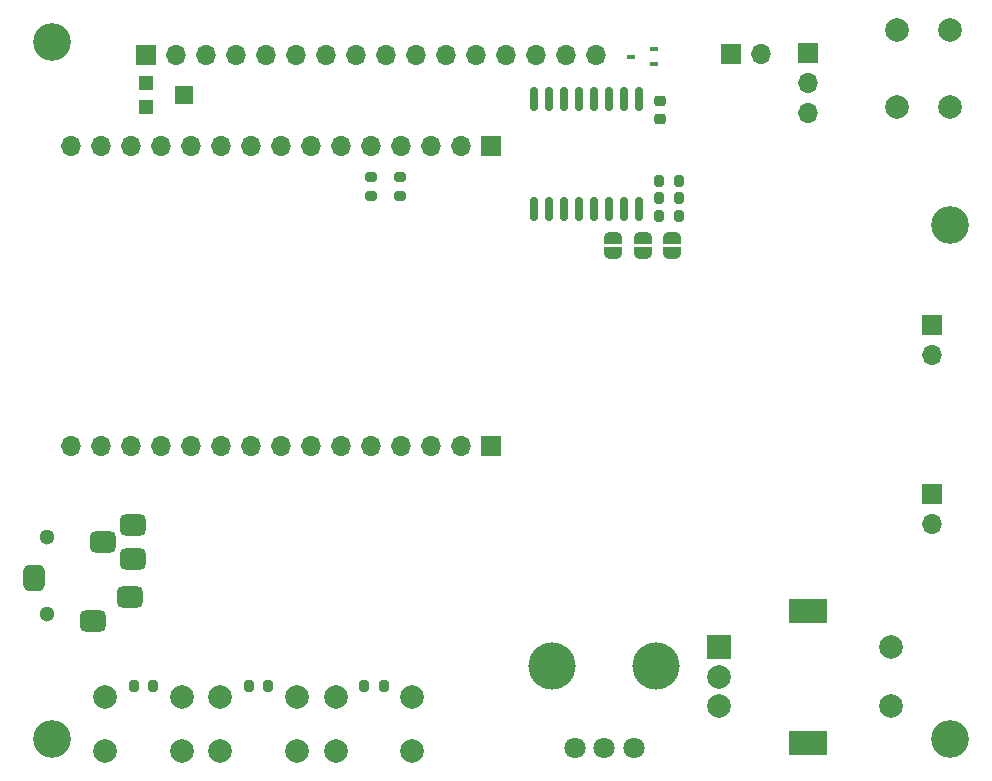
<source format=gbs>
G04 #@! TF.GenerationSoftware,KiCad,Pcbnew,(6.0.7)*
G04 #@! TF.CreationDate,2022-10-03T20:14:31+03:00*
G04 #@! TF.ProjectId,ESP32_blAudio_portable,45535033-325f-4626-9c41-7564696f5f70,rev?*
G04 #@! TF.SameCoordinates,Original*
G04 #@! TF.FileFunction,Soldermask,Bot*
G04 #@! TF.FilePolarity,Negative*
%FSLAX46Y46*%
G04 Gerber Fmt 4.6, Leading zero omitted, Abs format (unit mm)*
G04 Created by KiCad (PCBNEW (6.0.7)) date 2022-10-03 20:14:31*
%MOMM*%
%LPD*%
G01*
G04 APERTURE LIST*
G04 Aperture macros list*
%AMRoundRect*
0 Rectangle with rounded corners*
0 $1 Rounding radius*
0 $2 $3 $4 $5 $6 $7 $8 $9 X,Y pos of 4 corners*
0 Add a 4 corners polygon primitive as box body*
4,1,4,$2,$3,$4,$5,$6,$7,$8,$9,$2,$3,0*
0 Add four circle primitives for the rounded corners*
1,1,$1+$1,$2,$3*
1,1,$1+$1,$4,$5*
1,1,$1+$1,$6,$7*
1,1,$1+$1,$8,$9*
0 Add four rect primitives between the rounded corners*
20,1,$1+$1,$2,$3,$4,$5,0*
20,1,$1+$1,$4,$5,$6,$7,0*
20,1,$1+$1,$6,$7,$8,$9,0*
20,1,$1+$1,$8,$9,$2,$3,0*%
%AMFreePoly0*
4,1,22,0.500000,-0.750000,0.000000,-0.750000,0.000000,-0.745033,-0.079941,-0.743568,-0.215256,-0.701293,-0.333266,-0.622738,-0.424486,-0.514219,-0.481581,-0.384460,-0.499164,-0.250000,-0.500000,-0.250000,-0.500000,0.250000,-0.499164,0.250000,-0.499963,0.256109,-0.478152,0.396186,-0.417904,0.524511,-0.324060,0.630769,-0.204165,0.706417,-0.067858,0.745374,0.000000,0.744959,0.000000,0.750000,
0.500000,0.750000,0.500000,-0.750000,0.500000,-0.750000,$1*%
%AMFreePoly1*
4,1,20,0.000000,0.744959,0.073905,0.744508,0.209726,0.703889,0.328688,0.626782,0.421226,0.519385,0.479903,0.390333,0.500000,0.250000,0.500000,-0.250000,0.499851,-0.262216,0.476331,-0.402017,0.414519,-0.529596,0.319384,-0.634700,0.198574,-0.708877,0.061801,-0.746166,0.000000,-0.745033,0.000000,-0.750000,-0.500000,-0.750000,-0.500000,0.750000,0.000000,0.750000,0.000000,0.744959,
0.000000,0.744959,$1*%
G04 Aperture macros list end*
%ADD10C,1.300000*%
%ADD11RoundRect,0.450000X-0.650000X-0.450000X0.650000X-0.450000X0.650000X0.450000X-0.650000X0.450000X0*%
%ADD12RoundRect,0.450000X0.450000X-0.650000X0.450000X0.650000X-0.450000X0.650000X-0.450000X-0.650000X0*%
%ADD13R,1.700000X1.700000*%
%ADD14O,1.700000X1.700000*%
%ADD15C,2.000000*%
%ADD16R,3.200000X2.000000*%
%ADD17R,2.000000X2.000000*%
%ADD18C,4.000000*%
%ADD19C,1.800000*%
%ADD20C,3.200000*%
%ADD21RoundRect,0.225000X-0.250000X0.225000X-0.250000X-0.225000X0.250000X-0.225000X0.250000X0.225000X0*%
%ADD22FreePoly0,90.000000*%
%ADD23FreePoly1,90.000000*%
%ADD24R,0.700000X0.450000*%
%ADD25RoundRect,0.200000X-0.200000X-0.275000X0.200000X-0.275000X0.200000X0.275000X-0.200000X0.275000X0*%
%ADD26RoundRect,0.200000X0.275000X-0.200000X0.275000X0.200000X-0.275000X0.200000X-0.275000X-0.200000X0*%
%ADD27RoundRect,0.150000X0.150000X-0.875000X0.150000X0.875000X-0.150000X0.875000X-0.150000X-0.875000X0*%
%ADD28R,1.200000X1.200000*%
%ADD29R,1.500000X1.600000*%
G04 APERTURE END LIST*
D10*
X53845000Y-66170000D03*
X53845000Y-72670000D03*
D11*
X58545000Y-66570000D03*
X61145000Y-65170000D03*
X57745000Y-73270000D03*
X60845000Y-71270000D03*
D12*
X52745000Y-69670000D03*
D11*
X61145000Y-68070000D03*
D13*
X128750000Y-48250000D03*
D14*
X128750000Y-50790000D03*
D13*
X118250000Y-25225000D03*
D14*
X118250000Y-27765000D03*
X118250000Y-30305000D03*
D15*
X125250000Y-75500000D03*
X125250000Y-80500000D03*
D16*
X118250000Y-83600000D03*
X118250000Y-72400000D03*
D15*
X110750000Y-78000000D03*
X110750000Y-80500000D03*
D17*
X110750000Y-75500000D03*
D18*
X105400000Y-77050000D03*
X96600000Y-77050000D03*
D19*
X103500000Y-84050000D03*
X101000000Y-84050000D03*
X98500000Y-84050000D03*
D20*
X130250000Y-83250000D03*
D15*
X130250000Y-29750000D03*
X130250000Y-23250000D03*
X125750000Y-29750000D03*
X125750000Y-23250000D03*
D13*
X91440000Y-58420000D03*
D14*
X88900000Y-58420000D03*
X86360000Y-58420000D03*
X83820000Y-58420000D03*
X81280000Y-58420000D03*
X78740000Y-58420000D03*
X76200000Y-58420000D03*
X73660000Y-58420000D03*
X71120000Y-58420000D03*
X68580000Y-58420000D03*
X66040000Y-58420000D03*
X63500000Y-58420000D03*
X60960000Y-58420000D03*
X58420000Y-58420000D03*
X55880000Y-58420000D03*
D15*
X78250000Y-84250000D03*
X84750000Y-84250000D03*
X78250000Y-79750000D03*
X84750000Y-79750000D03*
X58750000Y-84250000D03*
X65250000Y-84250000D03*
X58750000Y-79750000D03*
X65250000Y-79750000D03*
D13*
X62230000Y-25375000D03*
D14*
X64770000Y-25375000D03*
X67310000Y-25375000D03*
X69850000Y-25375000D03*
X72390000Y-25375000D03*
X74930000Y-25375000D03*
X77470000Y-25375000D03*
X80010000Y-25375000D03*
X82550000Y-25375000D03*
X85090000Y-25375000D03*
X87630000Y-25375000D03*
X90170000Y-25375000D03*
X92710000Y-25375000D03*
X95250000Y-25375000D03*
X97790000Y-25375000D03*
X100330000Y-25375000D03*
D13*
X128750000Y-62500000D03*
D14*
X128750000Y-65040000D03*
D20*
X54250000Y-83250000D03*
D13*
X91440000Y-33020000D03*
D14*
X88900000Y-33020000D03*
X86360000Y-33020000D03*
X83820000Y-33020000D03*
X81280000Y-33020000D03*
X78740000Y-33020000D03*
X76200000Y-33020000D03*
X73660000Y-33020000D03*
X71120000Y-33020000D03*
X68580000Y-33020000D03*
X66040000Y-33020000D03*
X63500000Y-33020000D03*
X60960000Y-33020000D03*
X58420000Y-33020000D03*
X55880000Y-33020000D03*
D15*
X75000000Y-84250000D03*
X68500000Y-84250000D03*
X75000000Y-79750000D03*
X68500000Y-79750000D03*
D20*
X54250000Y-24250000D03*
X130250000Y-39750000D03*
D13*
X111725000Y-25250000D03*
D14*
X114265000Y-25250000D03*
D21*
X105750000Y-29225000D03*
X105750000Y-30775000D03*
D22*
X101750000Y-42150000D03*
D23*
X101750000Y-40850000D03*
D24*
X105250000Y-24850000D03*
X105250000Y-26150000D03*
X103250000Y-25500000D03*
D25*
X70925000Y-78750000D03*
X72575000Y-78750000D03*
X61175000Y-78750000D03*
X62825000Y-78750000D03*
X105675000Y-39000000D03*
X107325000Y-39000000D03*
D22*
X104250000Y-42150000D03*
D23*
X104250000Y-40850000D03*
D26*
X81250000Y-37325000D03*
X81250000Y-35675000D03*
D27*
X103945000Y-38400000D03*
X102675000Y-38400000D03*
X101405000Y-38400000D03*
X100135000Y-38400000D03*
X98865000Y-38400000D03*
X97595000Y-38400000D03*
X96325000Y-38400000D03*
X95055000Y-38400000D03*
X95055000Y-29100000D03*
X96325000Y-29100000D03*
X97595000Y-29100000D03*
X98865000Y-29100000D03*
X100135000Y-29100000D03*
X101405000Y-29100000D03*
X102675000Y-29100000D03*
X103945000Y-29100000D03*
D28*
X62200000Y-29750000D03*
D29*
X65450000Y-28750000D03*
D28*
X62200000Y-27750000D03*
D25*
X105675000Y-37500000D03*
X107325000Y-37500000D03*
X105675000Y-36000000D03*
X107325000Y-36000000D03*
X80675000Y-78750000D03*
X82325000Y-78750000D03*
D22*
X106750000Y-42150000D03*
D23*
X106750000Y-40850000D03*
D26*
X83750000Y-37325000D03*
X83750000Y-35675000D03*
M02*

</source>
